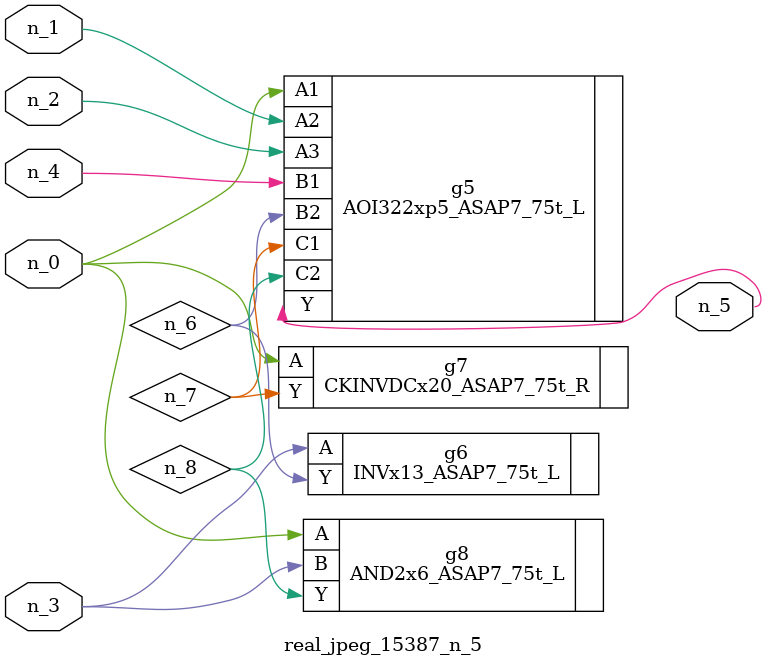
<source format=v>
module real_jpeg_15387_n_5 (n_4, n_0, n_1, n_2, n_3, n_5);

input n_4;
input n_0;
input n_1;
input n_2;
input n_3;

output n_5;

wire n_8;
wire n_6;
wire n_7;

AOI322xp5_ASAP7_75t_L g5 ( 
.A1(n_0),
.A2(n_1),
.A3(n_2),
.B1(n_4),
.B2(n_6),
.C1(n_7),
.C2(n_8),
.Y(n_5)
);

CKINVDCx20_ASAP7_75t_R g7 ( 
.A(n_0),
.Y(n_7)
);

AND2x6_ASAP7_75t_L g8 ( 
.A(n_0),
.B(n_3),
.Y(n_8)
);

INVx13_ASAP7_75t_L g6 ( 
.A(n_3),
.Y(n_6)
);


endmodule
</source>
